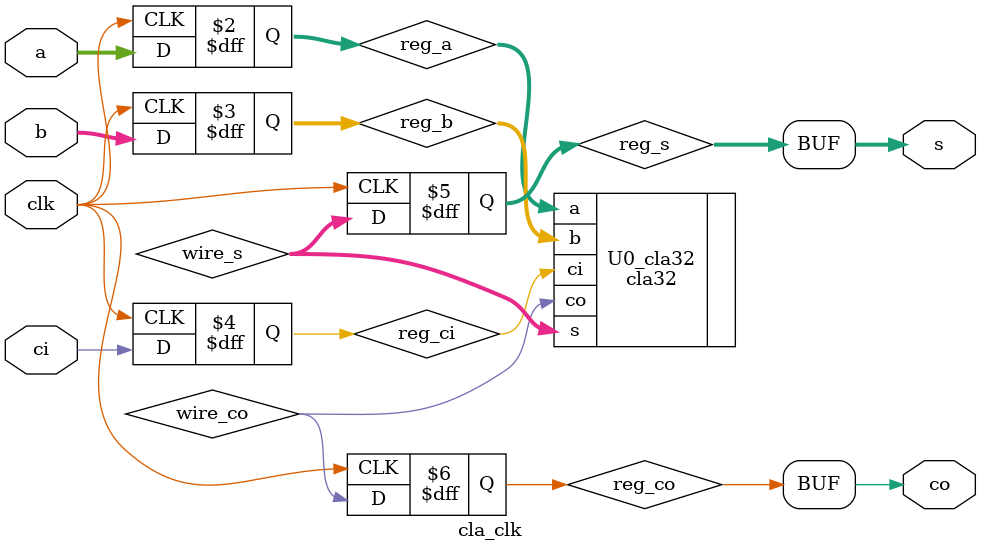
<source format=v>
module cla_clk(clk, a, b, ci, s, co);
	input clk; // set input
	input [31:0] a, b;
	input ci;
	output [31:0] s; // set output
	output co;
	
	reg [31:0] reg_a, reg_b; // set reg
	reg reg_ci;
	reg [31:0] reg_s;
	reg reg_co;
	
	wire [31:0] wire_s; // set wire
	wire wire_co;

	// D-flipflop
	always @ (posedge clk) // when clock rising
	begin // deliver value to D-flipflop
		reg_a <= a;
		reg_b <= b;
		reg_ci <= ci;
		reg_s <= wire_s;
		reg_co <= wire_co;
	end
	
	cla32 U0_cla32(.a(reg_a), .b(reg_b), .ci(reg_ci), .s(wire_s), .co(wire_co));

	assign s = reg_s;
	assign co = reg_co;
endmodule

</source>
